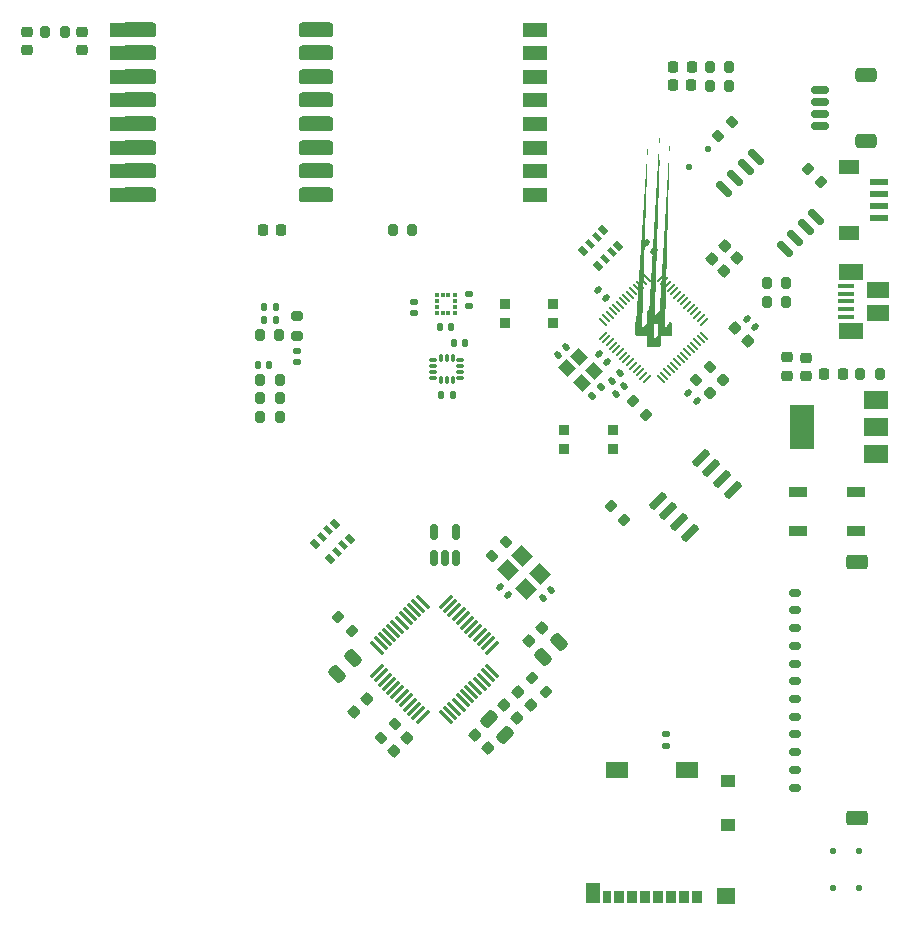
<source format=gbr>
%TF.GenerationSoftware,KiCad,Pcbnew,7.0.5*%
%TF.CreationDate,2023-07-31T22:06:35-07:00*%
%TF.ProjectId,flight_computer_dev_board_rfm98pw,666c6967-6874-45f6-936f-6d7075746572,rev?*%
%TF.SameCoordinates,Original*%
%TF.FileFunction,Paste,Top*%
%TF.FilePolarity,Positive*%
%FSLAX46Y46*%
G04 Gerber Fmt 4.6, Leading zero omitted, Abs format (unit mm)*
G04 Created by KiCad (PCBNEW 7.0.5) date 2023-07-31 22:06:35*
%MOMM*%
%LPD*%
G01*
G04 APERTURE LIST*
G04 Aperture macros list*
%AMRoundRect*
0 Rectangle with rounded corners*
0 $1 Rounding radius*
0 $2 $3 $4 $5 $6 $7 $8 $9 X,Y pos of 4 corners*
0 Add a 4 corners polygon primitive as box body*
4,1,4,$2,$3,$4,$5,$6,$7,$8,$9,$2,$3,0*
0 Add four circle primitives for the rounded corners*
1,1,$1+$1,$2,$3*
1,1,$1+$1,$4,$5*
1,1,$1+$1,$6,$7*
1,1,$1+$1,$8,$9*
0 Add four rect primitives between the rounded corners*
20,1,$1+$1,$2,$3,$4,$5,0*
20,1,$1+$1,$4,$5,$6,$7,0*
20,1,$1+$1,$6,$7,$8,$9,0*
20,1,$1+$1,$8,$9,$2,$3,0*%
%AMRotRect*
0 Rectangle, with rotation*
0 The origin of the aperture is its center*
0 $1 length*
0 $2 width*
0 $3 Rotation angle, in degrees counterclockwise*
0 Add horizontal line*
21,1,$1,$2,0,0,$3*%
%AMFreePoly0*
4,1,51,0.532219,0.614745,0.539696,0.609939,0.548496,0.608674,0.568109,0.591679,0.589937,0.577652,0.593629,0.569566,0.600348,0.563745,0.607658,0.538848,0.618438,0.515244,0.617172,0.506443,0.619677,0.497915,0.619677,-0.497915,0.614745,-0.532219,0.609939,-0.539696,0.608674,-0.548496,0.591679,-0.568109,0.577652,-0.589937,0.569566,-0.593629,0.563745,-0.600348,0.538848,-0.607658,
0.515244,-0.618438,0.506443,-0.617172,0.497915,-0.619677,-0.497915,-0.619677,-0.532219,-0.614745,-0.539696,-0.609939,-0.548496,-0.608674,-0.568109,-0.591679,-0.589937,-0.577652,-0.593629,-0.569566,-0.600348,-0.563745,-0.607658,-0.538848,-0.618438,-0.515244,-0.617172,-0.506443,-0.619677,-0.497915,-0.619677,0.397045,-0.616582,0.418565,-0.616895,0.422927,-0.615620,0.425261,-0.614745,0.431349,
-0.598456,0.456693,-0.584014,0.483144,-0.483144,0.584014,-0.465738,0.597042,-0.462875,0.600348,-0.460322,0.601097,-0.455399,0.604783,-0.425958,0.611187,-0.397045,0.619677,0.497915,0.619677,0.532219,0.614745,0.532219,0.614745,$1*%
%AMFreePoly1*
4,1,51,0.532219,0.614745,0.539696,0.609939,0.548496,0.608674,0.568109,0.591679,0.589937,0.577652,0.593629,0.569566,0.600348,0.563745,0.607658,0.538848,0.618438,0.515244,0.617172,0.506443,0.619677,0.497915,0.619677,-0.497915,0.614745,-0.532219,0.609939,-0.539696,0.608674,-0.548496,0.591679,-0.568109,0.577652,-0.589937,0.569566,-0.593629,0.563745,-0.600348,0.538848,-0.607658,
0.515244,-0.618438,0.506443,-0.617172,0.497915,-0.619677,-0.397045,-0.619677,-0.418563,-0.616583,-0.422927,-0.616895,-0.425261,-0.615620,-0.431349,-0.614745,-0.456693,-0.598456,-0.483144,-0.584014,-0.584014,-0.483144,-0.597044,-0.465737,-0.600348,-0.462875,-0.601097,-0.460323,-0.604783,-0.455400,-0.611187,-0.425956,-0.619677,-0.397045,-0.619677,0.497915,-0.614745,0.532219,-0.609939,0.539696,
-0.608674,0.548496,-0.591679,0.568109,-0.577652,0.589937,-0.569566,0.593629,-0.563745,0.600348,-0.538848,0.607658,-0.515244,0.618438,-0.506443,0.617172,-0.497915,0.619677,0.497915,0.619677,0.532219,0.614745,0.532219,0.614745,$1*%
%AMFreePoly2*
4,1,51,0.418565,0.616582,0.422927,0.616895,0.425261,0.615620,0.431349,0.614745,0.456693,0.598456,0.483144,0.584014,0.584014,0.483144,0.597042,0.465738,0.600348,0.462875,0.601097,0.460322,0.604783,0.455399,0.611187,0.425958,0.619677,0.397045,0.619677,-0.497915,0.614745,-0.532219,0.609939,-0.539696,0.608674,-0.548496,0.591679,-0.568109,0.577652,-0.589937,0.569566,-0.593629,
0.563745,-0.600348,0.538848,-0.607658,0.515244,-0.618438,0.506443,-0.617172,0.497915,-0.619677,-0.497915,-0.619677,-0.532219,-0.614745,-0.539696,-0.609939,-0.548496,-0.608674,-0.568109,-0.591679,-0.589937,-0.577652,-0.593629,-0.569566,-0.600348,-0.563745,-0.607658,-0.538848,-0.618438,-0.515244,-0.617172,-0.506443,-0.619677,-0.497915,-0.619677,0.497915,-0.614745,0.532219,-0.609939,0.539696,
-0.608674,0.548496,-0.591679,0.568109,-0.577652,0.589937,-0.569566,0.593629,-0.563745,0.600348,-0.538848,0.607658,-0.515244,0.618438,-0.506443,0.617172,-0.497915,0.619677,0.397045,0.619677,0.418565,0.616582,0.418565,0.616582,$1*%
%AMFreePoly3*
4,1,51,0.532219,0.614745,0.539696,0.609939,0.548496,0.608674,0.568109,0.591679,0.589937,0.577652,0.593629,0.569566,0.600348,0.563745,0.607658,0.538848,0.618438,0.515244,0.617172,0.506443,0.619677,0.497915,0.619677,-0.397045,0.616583,-0.418563,0.616895,-0.422927,0.615620,-0.425261,0.614745,-0.431349,0.598456,-0.456693,0.584014,-0.483144,0.483144,-0.584014,0.465737,-0.597044,
0.462875,-0.600348,0.460323,-0.601097,0.455400,-0.604783,0.425956,-0.611187,0.397045,-0.619677,-0.497915,-0.619677,-0.532219,-0.614745,-0.539696,-0.609939,-0.548496,-0.608674,-0.568109,-0.591679,-0.589937,-0.577652,-0.593629,-0.569566,-0.600348,-0.563745,-0.607658,-0.538848,-0.618438,-0.515244,-0.617172,-0.506443,-0.619677,-0.497915,-0.619677,0.497915,-0.614745,0.532219,-0.609939,0.539696,
-0.608674,0.548496,-0.591679,0.568109,-0.577652,0.589937,-0.569566,0.593629,-0.563745,0.600348,-0.538848,0.607658,-0.515244,0.618438,-0.506443,0.617172,-0.497915,0.619677,0.497915,0.619677,0.532219,0.614745,0.532219,0.614745,$1*%
G04 Aperture macros list end*
%ADD10RoundRect,0.218750X0.026517X-0.335876X0.335876X-0.026517X-0.026517X0.335876X-0.335876X0.026517X0*%
%ADD11RotRect,0.800000X0.500000X135.000000*%
%ADD12RotRect,0.800000X0.400000X135.000000*%
%ADD13RoundRect,0.140000X-0.021213X0.219203X-0.219203X0.021213X0.021213X-0.219203X0.219203X-0.021213X0*%
%ADD14RoundRect,0.225000X0.250000X-0.225000X0.250000X0.225000X-0.250000X0.225000X-0.250000X-0.225000X0*%
%ADD15RoundRect,0.200000X-0.200000X-0.275000X0.200000X-0.275000X0.200000X0.275000X-0.200000X0.275000X0*%
%ADD16RoundRect,0.140000X-0.140000X-0.170000X0.140000X-0.170000X0.140000X0.170000X-0.140000X0.170000X0*%
%ADD17RoundRect,0.135000X0.185000X-0.135000X0.185000X0.135000X-0.185000X0.135000X-0.185000X-0.135000X0*%
%ADD18RoundRect,0.225000X-0.250000X0.225000X-0.250000X-0.225000X0.250000X-0.225000X0.250000X0.225000X0*%
%ADD19RoundRect,0.200000X0.200000X0.275000X-0.200000X0.275000X-0.200000X-0.275000X0.200000X-0.275000X0*%
%ADD20R,2.000000X1.500000*%
%ADD21R,2.000000X3.800000*%
%ADD22R,1.550000X0.600000*%
%ADD23R,1.800000X1.200000*%
%ADD24RoundRect,0.250000X0.159099X-0.512652X0.512652X-0.159099X-0.159099X0.512652X-0.512652X0.159099X0*%
%ADD25RoundRect,0.140000X0.021213X-0.219203X0.219203X-0.021213X-0.021213X0.219203X-0.219203X0.021213X0*%
%ADD26RoundRect,0.250000X0.512652X0.159099X0.159099X0.512652X-0.512652X-0.159099X-0.159099X-0.512652X0*%
%ADD27RoundRect,0.218750X0.218750X0.256250X-0.218750X0.256250X-0.218750X-0.256250X0.218750X-0.256250X0*%
%ADD28RoundRect,0.200000X-0.335876X-0.053033X-0.053033X-0.335876X0.335876X0.053033X0.053033X0.335876X0*%
%ADD29RoundRect,0.218750X-0.218750X-0.256250X0.218750X-0.256250X0.218750X0.256250X-0.218750X0.256250X0*%
%ADD30RoundRect,0.225000X-0.017678X0.335876X-0.335876X0.017678X0.017678X-0.335876X0.335876X-0.017678X0*%
%ADD31R,0.900000X0.900000*%
%ADD32RoundRect,0.140000X-0.170000X0.140000X-0.170000X-0.140000X0.170000X-0.140000X0.170000X0.140000X0*%
%ADD33RoundRect,0.225000X0.017678X-0.335876X0.335876X-0.017678X-0.017678X0.335876X-0.335876X0.017678X0*%
%ADD34RotRect,1.400000X1.200000X315.000000*%
%ADD35RoundRect,0.135000X-0.035355X0.226274X-0.226274X0.035355X0.035355X-0.226274X0.226274X-0.035355X0*%
%ADD36RoundRect,0.225000X-0.335876X-0.017678X-0.017678X-0.335876X0.335876X0.017678X0.017678X0.335876X0*%
%ADD37RoundRect,0.200000X0.053033X-0.335876X0.335876X-0.053033X-0.053033X0.335876X-0.335876X0.053033X0*%
%ADD38RotRect,1.150000X1.000000X315.000000*%
%ADD39RoundRect,0.140000X0.219203X0.021213X0.021213X0.219203X-0.219203X-0.021213X-0.021213X-0.219203X0*%
%ADD40RoundRect,0.200000X0.335876X0.053033X0.053033X0.335876X-0.335876X-0.053033X-0.053033X-0.335876X0*%
%ADD41R,2.000000X1.300000*%
%ADD42RoundRect,0.200000X-0.275000X0.200000X-0.275000X-0.200000X0.275000X-0.200000X0.275000X0.200000X0*%
%ADD43RoundRect,0.150000X0.150000X-0.512500X0.150000X0.512500X-0.150000X0.512500X-0.150000X-0.512500X0*%
%ADD44RoundRect,0.125000X-0.125000X-0.125000X0.125000X-0.125000X0.125000X0.125000X-0.125000X0.125000X0*%
%ADD45RoundRect,0.087500X-0.225000X-0.087500X0.225000X-0.087500X0.225000X0.087500X-0.225000X0.087500X0*%
%ADD46RoundRect,0.087500X-0.087500X-0.225000X0.087500X-0.225000X0.087500X0.225000X-0.087500X0.225000X0*%
%ADD47RoundRect,0.150000X-0.565685X0.353553X0.353553X-0.565685X0.565685X-0.353553X-0.353553X0.565685X0*%
%ADD48RoundRect,0.140000X-0.219203X-0.021213X-0.021213X-0.219203X0.219203X0.021213X0.021213X0.219203X0*%
%ADD49R,1.500000X0.900000*%
%ADD50RoundRect,0.125000X0.000000X-0.176777X0.176777X0.000000X0.000000X0.176777X-0.176777X0.000000X0*%
%ADD51R,0.850000X1.100000*%
%ADD52R,0.750000X1.100000*%
%ADD53R,1.200000X1.000000*%
%ADD54R,1.550000X1.350000*%
%ADD55R,1.900000X1.350000*%
%ADD56R,1.170000X1.800000*%
%ADD57RoundRect,0.150000X0.625000X-0.150000X0.625000X0.150000X-0.625000X0.150000X-0.625000X-0.150000X0*%
%ADD58RoundRect,0.250000X0.650000X-0.350000X0.650000X0.350000X-0.650000X0.350000X-0.650000X-0.350000X0*%
%ADD59FreePoly0,315.000000*%
%ADD60FreePoly1,315.000000*%
%ADD61FreePoly2,315.000000*%
%ADD62FreePoly3,315.000000*%
%ADD63RoundRect,0.050000X-0.309359X0.238649X0.238649X-0.309359X0.309359X-0.238649X-0.238649X0.309359X0*%
%ADD64RoundRect,0.050000X-0.309359X-0.238649X-0.238649X-0.309359X0.309359X0.238649X0.238649X0.309359X0*%
%ADD65RoundRect,0.317500X1.157500X0.317500X-1.157500X0.317500X-1.157500X-0.317500X1.157500X-0.317500X0*%
%ADD66R,0.375000X0.350000*%
%ADD67R,0.350000X0.375000*%
%ADD68RoundRect,0.225000X0.225000X0.250000X-0.225000X0.250000X-0.225000X-0.250000X0.225000X-0.250000X0*%
%ADD69RoundRect,0.150000X0.350000X-0.150000X0.350000X0.150000X-0.350000X0.150000X-0.350000X-0.150000X0*%
%ADD70RoundRect,0.250000X0.650000X-0.375000X0.650000X0.375000X-0.650000X0.375000X-0.650000X-0.375000X0*%
%ADD71RoundRect,0.150000X0.406586X0.618718X-0.618718X-0.406586X-0.406586X-0.618718X0.618718X0.406586X0*%
%ADD72RoundRect,0.200000X-0.053033X0.335876X-0.335876X0.053033X0.053033X-0.335876X0.335876X-0.053033X0*%
%ADD73RoundRect,0.225000X0.335876X0.017678X0.017678X0.335876X-0.335876X-0.017678X-0.017678X-0.335876X0*%
%ADD74R,1.380000X0.450000*%
%ADD75R,2.100000X1.475000*%
%ADD76R,1.900000X1.375000*%
%ADD77RoundRect,0.075000X-0.415425X-0.521491X0.521491X0.415425X0.415425X0.521491X-0.521491X-0.415425X0*%
%ADD78RoundRect,0.075000X0.415425X-0.521491X0.521491X-0.415425X-0.415425X0.521491X-0.521491X0.415425X0*%
G04 APERTURE END LIST*
D10*
%TO.C,D5*%
X210684189Y-90795812D03*
X211797883Y-89682118D03*
%TD*%
D11*
%TO.C,R22*%
X178537868Y-104804924D03*
D12*
X179103553Y-104239239D03*
X179669239Y-103673553D03*
D11*
X180234924Y-103107868D03*
X178962132Y-101835076D03*
D12*
X178396447Y-102400761D03*
X177830761Y-102966447D03*
D11*
X177265076Y-103532132D03*
%TD*%
D13*
%TO.C,C11*%
X203079411Y-89110589D03*
X202400589Y-89789411D03*
%TD*%
D14*
%TO.C,C13*%
X217210000Y-89295000D03*
X217210000Y-87745000D03*
%TD*%
D15*
%TO.C,R7*%
X215520000Y-81480000D03*
X217170000Y-81480000D03*
%TD*%
D16*
%TO.C,C17*%
X172430000Y-88410000D03*
X173390000Y-88410000D03*
%TD*%
D17*
%TO.C,R15*%
X206960000Y-120650000D03*
X206960000Y-119630000D03*
%TD*%
D18*
%TO.C,C16*%
X152910000Y-60185000D03*
X152910000Y-61735000D03*
%TD*%
D19*
%TO.C,R18*%
X174255000Y-85830000D03*
X172605000Y-85830000D03*
%TD*%
D20*
%TO.C,IC2*%
X224780000Y-95970000D03*
X224780000Y-93670000D03*
X224780000Y-91370000D03*
D21*
X218480000Y-93670000D03*
%TD*%
D22*
%TO.C,J9*%
X224995000Y-75920000D03*
X224995000Y-74920000D03*
X224995000Y-73920000D03*
X224995000Y-72920000D03*
D23*
X222470000Y-77220000D03*
X222470000Y-71620000D03*
%TD*%
D24*
%TO.C,C24*%
X179108249Y-114571751D03*
X180451751Y-113228249D03*
%TD*%
D25*
%TO.C,C4*%
X202780589Y-90849411D03*
X203459411Y-90170589D03*
%TD*%
D26*
%TO.C,C25*%
X193341751Y-119711751D03*
X191998249Y-118368249D03*
%TD*%
D27*
%TO.C,D1*%
X209157500Y-63130000D03*
X207582500Y-63130000D03*
%TD*%
D11*
%TO.C,R6*%
X201245736Y-79979848D03*
D12*
X201811421Y-79414163D03*
X202377107Y-78848477D03*
D11*
X202942792Y-78282792D03*
X201670000Y-77010000D03*
D12*
X201104315Y-77575685D03*
X200538629Y-78141371D03*
D11*
X199972944Y-78707056D03*
%TD*%
D28*
%TO.C,FB1*%
X195676637Y-114936637D03*
X196843363Y-116103363D03*
%TD*%
D14*
%TO.C,C12*%
X218810000Y-89315000D03*
X218810000Y-87765000D03*
%TD*%
D29*
%TO.C,D3*%
X220382500Y-89190000D03*
X221957500Y-89190000D03*
%TD*%
D30*
%TO.C,C20*%
X185068008Y-119961992D03*
X183971992Y-121058008D03*
%TD*%
D16*
%TO.C,C18*%
X172970000Y-84560000D03*
X173930000Y-84560000D03*
%TD*%
D31*
%TO.C,SW2*%
X202480000Y-93910000D03*
X198380000Y-93910000D03*
X202480000Y-95510000D03*
X198380000Y-95510000D03*
%TD*%
D16*
%TO.C,C32*%
X189040000Y-86550000D03*
X190000000Y-86550000D03*
%TD*%
%TO.C,C19*%
X172980000Y-83480000D03*
X173940000Y-83480000D03*
%TD*%
D32*
%TO.C,C34*%
X190300000Y-82430000D03*
X190300000Y-83390000D03*
%TD*%
D19*
%TO.C,L1*%
X156065000Y-60190000D03*
X154415000Y-60190000D03*
%TD*%
D33*
%TO.C,C3*%
X210853984Y-79396016D03*
X211950000Y-78300000D03*
%TD*%
D34*
%TO.C,Y2*%
X193601142Y-105773223D03*
X195156777Y-107328858D03*
X196358858Y-106126777D03*
X194803223Y-104571142D03*
%TD*%
D35*
%TO.C,R2*%
X201460624Y-90269376D03*
X200739376Y-90990624D03*
%TD*%
D19*
%TO.C,R17*%
X174295000Y-89690000D03*
X172645000Y-89690000D03*
%TD*%
D36*
%TO.C,C22*%
X190801992Y-119721992D03*
X191898008Y-120818008D03*
%TD*%
D37*
%TO.C,R21*%
X192256637Y-104563363D03*
X193423363Y-103396637D03*
%TD*%
D38*
%TO.C,Y1*%
X198642614Y-88692512D03*
X199880051Y-89929949D03*
X200870000Y-88940000D03*
X199632563Y-87702563D03*
%TD*%
D33*
%TO.C,C8*%
X211931992Y-80468008D03*
X213028008Y-79371992D03*
%TD*%
D39*
%TO.C,C10*%
X201909411Y-82689411D03*
X201230589Y-82010589D03*
%TD*%
D18*
%TO.C,C15*%
X157560000Y-60175000D03*
X157560000Y-61725000D03*
%TD*%
D24*
%TO.C,C27*%
X196578249Y-113161751D03*
X197921751Y-111818249D03*
%TD*%
D40*
%TO.C,R12*%
X220143363Y-72943363D03*
X218976637Y-71776637D03*
%TD*%
D19*
%TO.C,R14*%
X174275000Y-92770000D03*
X172625000Y-92770000D03*
%TD*%
D41*
%TO.C,U4*%
X160910000Y-60001499D03*
X160910000Y-62001499D03*
X160910000Y-64001499D03*
X160910000Y-66001499D03*
X160910000Y-68001499D03*
X160910000Y-70001499D03*
X160910000Y-72001499D03*
X160910000Y-74001499D03*
X195910000Y-74001499D03*
X195910000Y-72001499D03*
X195910000Y-70001499D03*
X195910000Y-68001499D03*
X195910000Y-66001499D03*
X195910000Y-64001499D03*
X195910000Y-62001499D03*
X195910000Y-60001499D03*
%TD*%
D42*
%TO.C,R19*%
X175730000Y-84275000D03*
X175730000Y-85925000D03*
%TD*%
D43*
%TO.C,U1*%
X187320000Y-104777500D03*
X188270000Y-104777500D03*
X189220000Y-104777500D03*
X189220000Y-102502500D03*
X187320000Y-102502500D03*
%TD*%
D15*
%TO.C,R4*%
X210685000Y-63130000D03*
X212335000Y-63130000D03*
%TD*%
D37*
%TO.C,R20*%
X182866637Y-120003363D03*
X184033363Y-118836637D03*
%TD*%
D44*
%TO.C,D6*%
X221130000Y-129570000D03*
X223330000Y-129570000D03*
%TD*%
D45*
%TO.C,U7*%
X187257500Y-87970000D03*
X187257500Y-88470000D03*
X187257500Y-88970000D03*
X187257500Y-89470000D03*
D46*
X187920000Y-89632500D03*
X188420000Y-89632500D03*
X188920000Y-89632500D03*
D45*
X189582500Y-89470000D03*
X189582500Y-88970000D03*
X189582500Y-88470000D03*
X189582500Y-87970000D03*
D46*
X188920000Y-87807500D03*
X188420000Y-87807500D03*
X187920000Y-87807500D03*
%TD*%
D13*
%TO.C,C2*%
X198499411Y-86870589D03*
X197820589Y-87549411D03*
%TD*%
D33*
%TO.C,C28*%
X195421992Y-111748008D03*
X196518008Y-110651992D03*
%TD*%
D36*
%TO.C,C6*%
X212811992Y-85251992D03*
X213908008Y-86348008D03*
%TD*%
D39*
%TO.C,C9*%
X205989411Y-78729411D03*
X205310589Y-78050589D03*
%TD*%
D47*
%TO.C,U6*%
X214631454Y-70767377D03*
X213733428Y-71665403D03*
X212835403Y-72563428D03*
X211937377Y-73461454D03*
X217028546Y-78552623D03*
X217926572Y-77654597D03*
X218824597Y-76756572D03*
X219722623Y-75858546D03*
%TD*%
D27*
%TO.C,D2*%
X209137500Y-64730000D03*
X207562500Y-64730000D03*
%TD*%
D28*
%TO.C,FB2*%
X179196637Y-109776637D03*
X180363363Y-110943363D03*
%TD*%
D48*
%TO.C,C7*%
X208890589Y-90770589D03*
X209569411Y-91449411D03*
%TD*%
D15*
%TO.C,R8*%
X215525000Y-83070000D03*
X217175000Y-83070000D03*
%TD*%
D49*
%TO.C,LED1*%
X218160000Y-99190000D03*
X218160000Y-102490000D03*
X223060000Y-102490000D03*
X223060000Y-99190000D03*
%TD*%
D44*
%TO.C,D7*%
X221160000Y-132720000D03*
X223360000Y-132720000D03*
%TD*%
D37*
%TO.C,R11*%
X209546637Y-89703363D03*
X210713363Y-88536637D03*
%TD*%
D48*
%TO.C,C1*%
X201330589Y-87440589D03*
X202009411Y-88119411D03*
%TD*%
D50*
%TO.C,D4*%
X208964683Y-71637817D03*
X210520317Y-70082183D03*
%TD*%
D15*
%TO.C,R3*%
X210685000Y-64750000D03*
X212335000Y-64750000D03*
%TD*%
D51*
%TO.C,J4*%
X209635000Y-133480000D03*
X208535000Y-133480000D03*
X207435000Y-133480000D03*
X206335000Y-133480000D03*
X205235000Y-133480000D03*
X204135000Y-133480000D03*
X203035000Y-133480000D03*
D52*
X201985000Y-133480000D03*
D53*
X212270000Y-127330000D03*
X212270000Y-123630000D03*
D54*
X212095000Y-133355000D03*
D55*
X208770000Y-122655000D03*
X202800000Y-122655000D03*
D56*
X200775000Y-133130000D03*
%TD*%
D40*
%TO.C,R1*%
X205323363Y-92633363D03*
X204156637Y-91466637D03*
%TD*%
D57*
%TO.C,J7*%
X220050000Y-68150000D03*
X220050000Y-67150000D03*
X220050000Y-66150000D03*
X220050000Y-65150000D03*
D58*
X223925000Y-69450000D03*
X223925000Y-63850000D03*
%TD*%
D30*
%TO.C,C21*%
X181678008Y-116701992D03*
X180581992Y-117798008D03*
%TD*%
D36*
%TO.C,C23*%
X193311992Y-117171992D03*
X194408008Y-118268008D03*
%TD*%
D59*
%TO.C,IC1*%
X205930000Y-84355406D03*
D60*
X204975406Y-85310000D03*
D61*
X206884594Y-85310000D03*
D62*
X205930000Y-86264594D03*
D63*
X205337798Y-81040843D03*
X205054955Y-81323686D03*
X204772113Y-81606528D03*
X204489270Y-81889371D03*
X204206427Y-82172214D03*
X203923585Y-82455056D03*
X203640742Y-82737899D03*
X203357899Y-83020742D03*
X203075056Y-83303585D03*
X202792214Y-83586427D03*
X202509371Y-83869270D03*
X202226528Y-84152113D03*
X201943686Y-84434955D03*
X201660843Y-84717798D03*
D64*
X201660843Y-85902202D03*
X201943686Y-86185045D03*
X202226528Y-86467887D03*
X202509371Y-86750730D03*
X202792214Y-87033573D03*
X203075056Y-87316415D03*
X203357899Y-87599258D03*
X203640742Y-87882101D03*
X203923585Y-88164944D03*
X204206427Y-88447786D03*
X204489270Y-88730629D03*
X204772113Y-89013472D03*
X205054955Y-89296314D03*
X205337798Y-89579157D03*
D63*
X206522202Y-89579157D03*
X206805045Y-89296314D03*
X207087887Y-89013472D03*
X207370730Y-88730629D03*
X207653573Y-88447786D03*
X207936415Y-88164944D03*
X208219258Y-87882101D03*
X208502101Y-87599258D03*
X208784944Y-87316415D03*
X209067786Y-87033573D03*
X209350629Y-86750730D03*
X209633472Y-86467887D03*
X209916314Y-86185045D03*
X210199157Y-85902202D03*
D64*
X210199157Y-84717798D03*
X209916314Y-84434955D03*
X209633472Y-84152113D03*
X209350629Y-83869270D03*
X209067786Y-83586427D03*
X208784944Y-83303585D03*
X208502101Y-83020742D03*
X208219258Y-82737899D03*
X207936415Y-82455056D03*
X207653573Y-82172214D03*
X207370730Y-81889371D03*
X207087887Y-81606528D03*
X206805045Y-81323686D03*
X206522202Y-81040843D03*
%TD*%
D16*
%TO.C,C31*%
X187860000Y-85190000D03*
X188820000Y-85190000D03*
%TD*%
D65*
%TO.C,U5*%
X177385000Y-74000000D03*
X177385000Y-72000000D03*
X177385000Y-70000000D03*
X177385000Y-68000000D03*
X177385000Y-66000000D03*
X177385000Y-64000000D03*
X177385000Y-62000000D03*
X177385000Y-60000000D03*
X162335000Y-60000000D03*
X162335000Y-62000000D03*
X162335000Y-64000000D03*
X162335000Y-66000000D03*
X162335000Y-68000000D03*
X162335000Y-70000000D03*
X162335000Y-72000000D03*
X162335000Y-74000000D03*
%TD*%
D39*
%TO.C,C5*%
X214538822Y-85218822D03*
X213860000Y-84540000D03*
%TD*%
D19*
%TO.C,R16*%
X174285000Y-91230000D03*
X172635000Y-91230000D03*
%TD*%
D66*
%TO.C,U8*%
X187557500Y-82470000D03*
X187557500Y-82970000D03*
X187557500Y-83470000D03*
X187557500Y-83970000D03*
D67*
X188070000Y-83982500D03*
X188570000Y-83982500D03*
D66*
X189082500Y-83970000D03*
X189082500Y-83470000D03*
X189082500Y-82970000D03*
X189082500Y-82470000D03*
D67*
X188570000Y-82457500D03*
X188070000Y-82457500D03*
%TD*%
D31*
%TO.C,SW1*%
X197450000Y-83260000D03*
X193350000Y-83260000D03*
X197450000Y-84860000D03*
X193350000Y-84860000D03*
%TD*%
D32*
%TO.C,C36*%
X175750000Y-87200000D03*
X175750000Y-88160000D03*
%TD*%
D48*
%TO.C,C29*%
X192910589Y-107160589D03*
X193589411Y-107839411D03*
%TD*%
D68*
%TO.C,C14*%
X174405000Y-76950000D03*
X172855000Y-76950000D03*
%TD*%
D69*
%TO.C,J2*%
X217950000Y-124180000D03*
X217950000Y-122680000D03*
X217950000Y-121180000D03*
X217950000Y-119680000D03*
X217950000Y-118180000D03*
X217950000Y-116680000D03*
X217950000Y-115180000D03*
X217950000Y-113680000D03*
X217950000Y-112180000D03*
X217950000Y-110680000D03*
X217950000Y-109180000D03*
X217950000Y-107680000D03*
D70*
X223140000Y-126785000D03*
X223140000Y-105075000D03*
%TD*%
D32*
%TO.C,C33*%
X185690000Y-83040000D03*
X185690000Y-84000000D03*
%TD*%
D28*
%TO.C,R5*%
X202296637Y-100356637D03*
X203463363Y-101523363D03*
%TD*%
D71*
%TO.C,U3*%
X212627838Y-98956238D03*
X211729813Y-98058213D03*
X210831787Y-97160187D03*
X209933762Y-96262162D03*
X206292162Y-99903762D03*
X207190187Y-100801787D03*
X208088213Y-101699813D03*
X208986238Y-102597838D03*
%TD*%
D72*
%TO.C,R10*%
X212553363Y-67806637D03*
X211386637Y-68973363D03*
%TD*%
D73*
%TO.C,C26*%
X195528008Y-117148008D03*
X194431992Y-116051992D03*
%TD*%
D13*
%TO.C,C30*%
X197249411Y-107470589D03*
X196570589Y-108149411D03*
%TD*%
D74*
%TO.C,J8*%
X222260000Y-81720000D03*
X222260000Y-82370000D03*
X222260000Y-83020000D03*
X222260000Y-83670000D03*
X222260000Y-84320000D03*
D75*
X222620000Y-85482500D03*
D76*
X224920000Y-83957500D03*
X224920000Y-82082500D03*
D75*
X222620000Y-80557500D03*
%TD*%
D19*
%TO.C,R13*%
X185495000Y-76970000D03*
X183845000Y-76970000D03*
%TD*%
D77*
%TO.C,U2*%
X182484248Y-114327576D03*
X182837802Y-114681130D03*
X183191355Y-115034683D03*
X183544909Y-115388237D03*
X183898462Y-115741790D03*
X184252015Y-116095343D03*
X184605569Y-116448897D03*
X184959122Y-116802450D03*
X185312675Y-117156003D03*
X185666229Y-117509557D03*
X186019782Y-117863110D03*
X186373336Y-118216664D03*
D78*
X188370912Y-118216664D03*
X188724466Y-117863110D03*
X189078019Y-117509557D03*
X189431573Y-117156003D03*
X189785126Y-116802450D03*
X190138679Y-116448897D03*
X190492233Y-116095343D03*
X190845786Y-115741790D03*
X191199339Y-115388237D03*
X191552893Y-115034683D03*
X191906446Y-114681130D03*
X192260000Y-114327576D03*
D77*
X192260000Y-112330000D03*
X191906446Y-111976446D03*
X191552893Y-111622893D03*
X191199339Y-111269339D03*
X190845786Y-110915786D03*
X190492233Y-110562233D03*
X190138679Y-110208679D03*
X189785126Y-109855126D03*
X189431573Y-109501573D03*
X189078019Y-109148019D03*
X188724466Y-108794466D03*
X188370912Y-108440912D03*
D78*
X186373336Y-108440912D03*
X186019782Y-108794466D03*
X185666229Y-109148019D03*
X185312675Y-109501573D03*
X184959122Y-109855126D03*
X184605569Y-110208679D03*
X184252015Y-110562233D03*
X183898462Y-110915786D03*
X183544909Y-111269339D03*
X183191355Y-111622893D03*
X182837802Y-111976446D03*
X182484248Y-112330000D03*
%TD*%
D16*
%TO.C,C35*%
X187970000Y-90950000D03*
X188930000Y-90950000D03*
%TD*%
D19*
%TO.C,R9*%
X225065000Y-89180000D03*
X223415000Y-89180000D03*
%TD*%
M02*

</source>
